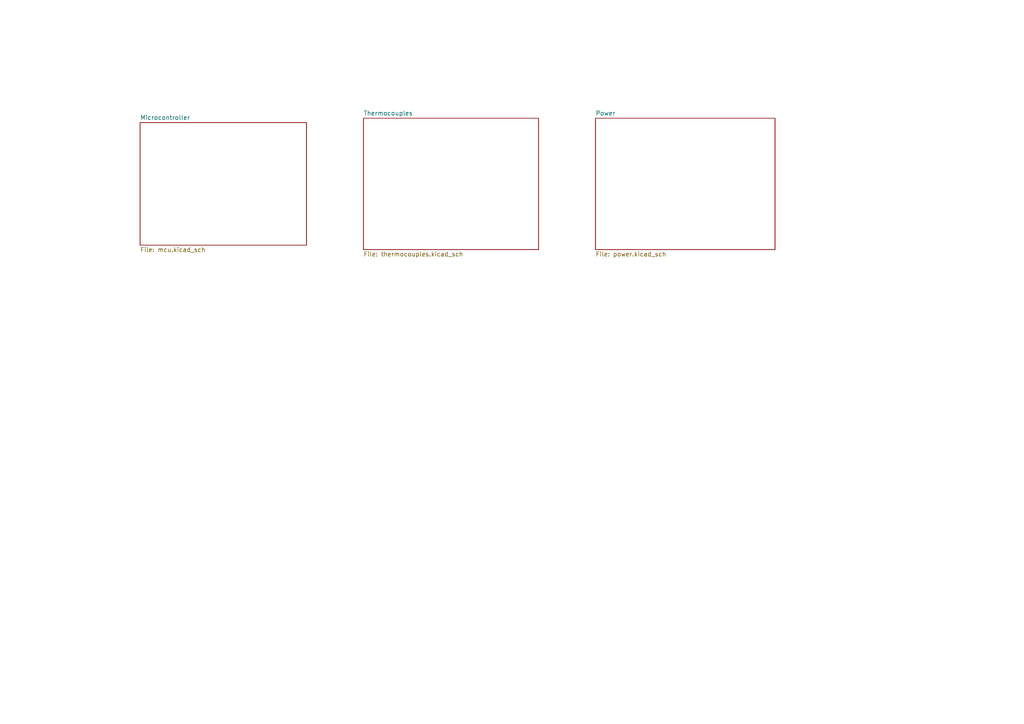
<source format=kicad_sch>
(kicad_sch
	(version 20250114)
	(generator "eeschema")
	(generator_version "9.0")
	(uuid "3ee12552-bbaf-4643-8241-99077a41063f")
	(paper "A4")
	(lib_symbols)
	(sheet
		(at 40.64 35.56)
		(size 48.26 35.56)
		(exclude_from_sim no)
		(in_bom yes)
		(on_board yes)
		(dnp no)
		(fields_autoplaced yes)
		(stroke
			(width 0.1524)
			(type solid)
		)
		(fill
			(color 0 0 0 0.0000)
		)
		(uuid "0cb4d016-03f6-42de-b902-af7c075bf798")
		(property "Sheetname" "Microcontroller"
			(at 40.64 34.8484 0)
			(effects
				(font
					(size 1.27 1.27)
				)
				(justify left bottom)
			)
		)
		(property "Sheetfile" "mcu.kicad_sch"
			(at 40.64 71.7046 0)
			(effects
				(font
					(size 1.27 1.27)
				)
				(justify left top)
			)
		)
		(instances
			(project "controller"
				(path "/3ee12552-bbaf-4643-8241-99077a41063f"
					(page "2")
				)
			)
		)
	)
	(sheet
		(at 105.41 34.29)
		(size 50.8 38.1)
		(exclude_from_sim no)
		(in_bom yes)
		(on_board yes)
		(dnp no)
		(fields_autoplaced yes)
		(stroke
			(width 0.1524)
			(type solid)
		)
		(fill
			(color 0 0 0 0.0000)
		)
		(uuid "450bdde1-afc4-46bd-91f0-445345463e74")
		(property "Sheetname" "Thermocouples"
			(at 105.41 33.5784 0)
			(effects
				(font
					(size 1.27 1.27)
				)
				(justify left bottom)
			)
		)
		(property "Sheetfile" "thermocouples.kicad_sch"
			(at 105.41 72.9746 0)
			(effects
				(font
					(size 1.27 1.27)
				)
				(justify left top)
			)
		)
		(instances
			(project "controller"
				(path "/3ee12552-bbaf-4643-8241-99077a41063f"
					(page "3")
				)
			)
		)
	)
	(sheet
		(at 172.72 34.29)
		(size 52.07 38.1)
		(exclude_from_sim no)
		(in_bom yes)
		(on_board yes)
		(dnp no)
		(fields_autoplaced yes)
		(stroke
			(width 0.1524)
			(type solid)
		)
		(fill
			(color 0 0 0 0.0000)
		)
		(uuid "dc443349-7fb4-42c6-a18e-09a219bb9ecd")
		(property "Sheetname" "Power"
			(at 172.72 33.5784 0)
			(effects
				(font
					(size 1.27 1.27)
				)
				(justify left bottom)
			)
		)
		(property "Sheetfile" "power.kicad_sch"
			(at 172.72 72.9746 0)
			(effects
				(font
					(size 1.27 1.27)
				)
				(justify left top)
			)
		)
		(instances
			(project "controller"
				(path "/3ee12552-bbaf-4643-8241-99077a41063f"
					(page "4")
				)
			)
		)
	)
	(sheet_instances
		(path "/"
			(page "1")
		)
	)
	(embedded_fonts no)
)

</source>
